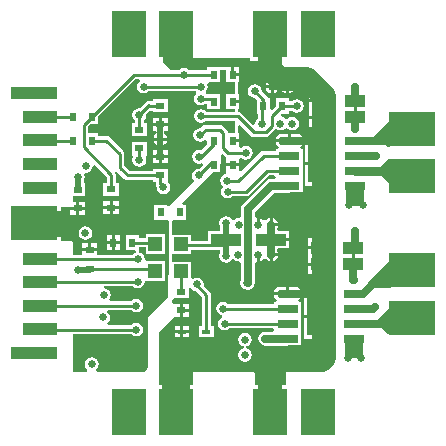
<source format=gtl>
%FSLAX24Y24*%
%MOIN*%
G70*
G01*
G75*
G04 Layer_Physical_Order=1*
G04 Layer_Color=255*
%ADD10R,0.0280X0.0159*%
%ADD11R,0.0450X0.0450*%
%ADD12R,0.0315X0.0236*%
%ADD13R,0.0236X0.0315*%
%ADD14R,0.0689X0.0433*%
%ADD15R,0.0689X0.0256*%
G04:AMPARAMS|DCode=16|XSize=68.9mil|YSize=25.6mil|CornerRadius=0mil|HoleSize=0mil|Usage=FLASHONLY|Rotation=0.000|XOffset=0mil|YOffset=0mil|HoleType=Round|Shape=Octagon|*
%AMOCTAGOND16*
4,1,8,0.0344,-0.0064,0.0344,0.0064,0.0281,0.0128,-0.0281,0.0128,-0.0344,0.0064,-0.0344,-0.0064,-0.0281,-0.0128,0.0281,-0.0128,0.0344,-0.0064,0.0*
%
%ADD16OCTAGOND16*%

%ADD17R,0.0950X0.1300*%
%ADD18R,0.0984X0.0394*%
%ADD19C,0.0100*%
%ADD20C,0.0197*%
%ADD21C,0.0256*%
%ADD22C,0.0787*%
%ADD23C,0.0315*%
%ADD24R,0.0400X0.0850*%
%ADD25R,0.0550X0.0150*%
%ADD26R,0.1000X0.0300*%
%ADD27R,0.0950X0.0700*%
%ADD28R,0.0600X0.0700*%
%ADD29R,0.1575X0.0394*%
%ADD30R,0.1181X0.0394*%
%ADD31R,0.1575X0.1181*%
%ADD32R,0.1181X0.1575*%
%ADD33C,0.0220*%
%ADD34C,0.0250*%
G36*
X102880Y61028D02*
X102230D01*
Y61328D01*
X102880Y61978D01*
Y61028D01*
D02*
G37*
G36*
X95754Y68589D02*
X96394D01*
Y68678D01*
X98163D01*
Y68589D01*
X98854D01*
Y68304D01*
X99554D01*
X99880Y67978D01*
X100223Y67635D01*
X100196Y67570D01*
X100144D01*
Y67304D01*
X100588D01*
Y67204D01*
X100144D01*
Y67019D01*
X100139D01*
Y66752D01*
X100584D01*
Y66652D01*
X100139D01*
Y66386D01*
X100630D01*
Y65928D01*
Y65178D01*
Y64378D01*
Y62670D01*
X100588D01*
Y62354D01*
X100538D01*
Y62304D01*
X100094D01*
Y62119D01*
X100089D01*
Y61852D01*
X100534D01*
Y61802D01*
X100584D01*
Y61486D01*
X100630D01*
Y60828D01*
X100580D01*
Y60078D01*
Y59328D01*
X100630D01*
Y58678D01*
X100580Y58628D01*
X99847D01*
X99829Y58651D01*
X99357D01*
X99365Y58613D01*
X99380Y58591D01*
Y57775D01*
X98904D01*
Y56888D01*
X98804D01*
Y57775D01*
X98330D01*
Y58178D01*
X98280Y58228D01*
X96280D01*
Y57775D01*
X95754D01*
Y56888D01*
X95654D01*
Y57775D01*
X95130D01*
Y59528D01*
X95580Y59978D01*
Y59993D01*
X95622Y60045D01*
X95650Y60045D01*
X95830D01*
Y60263D01*
Y60482D01*
X95650D01*
X95622Y60482D01*
X95580Y60534D01*
X95580Y60534D01*
Y60623D01*
X95622Y60675D01*
X96137D01*
Y61007D01*
X96207Y61027D01*
X96245Y60970D01*
X96320Y60920D01*
X96375Y60909D01*
X96568Y60716D01*
Y59736D01*
X96481D01*
Y59378D01*
X96960D01*
Y59736D01*
X96873D01*
Y60780D01*
X96862Y60838D01*
X96829Y60888D01*
X96628Y61088D01*
X96637Y61132D01*
X96619Y61220D01*
X96570Y61294D01*
X96495Y61344D01*
X96407Y61361D01*
X96320Y61344D01*
X96271Y61311D01*
X96201Y61344D01*
Y61893D01*
X95580D01*
Y62143D01*
X96201D01*
Y62285D01*
X97177D01*
Y62183D01*
X97166Y62166D01*
X97148Y62078D01*
X97166Y61991D01*
X97215Y61916D01*
X97290Y61866D01*
X97378Y61849D01*
X97465Y61866D01*
X97540Y61916D01*
X97553Y61936D01*
X97617Y61966D01*
X97692Y61916D01*
X97780Y61899D01*
X97813Y61906D01*
X97867Y61861D01*
Y61264D01*
X97850Y61178D01*
X97868Y61091D01*
X97917Y61016D01*
X97992Y60966D01*
X98080Y60949D01*
X98082Y60949D01*
X98100Y60946D01*
X98189Y60964D01*
X98264Y61014D01*
X98314Y61089D01*
X98332Y61178D01*
Y61855D01*
X98394Y61902D01*
Y62128D01*
X98494D01*
Y61909D01*
X98532Y61916D01*
X98607Y61966D01*
X98619Y61984D01*
X98703D01*
X98715Y61966D01*
X98790Y61916D01*
X98828Y61909D01*
Y62128D01*
X98878D01*
Y62178D01*
X99097D01*
X99089Y62216D01*
X99059Y62262D01*
X99095Y62332D01*
X99468D01*
Y62578D01*
X98876D01*
Y62678D01*
X99468D01*
Y62925D01*
X99095D01*
X99059Y62995D01*
X99089Y63041D01*
X99097Y63078D01*
X98878D01*
Y63128D01*
X98828D01*
Y63348D01*
X98790Y63340D01*
X98715Y63291D01*
X98703Y63272D01*
X98619D01*
X98607Y63291D01*
X98532Y63340D01*
X98494Y63348D01*
Y63128D01*
X98394D01*
Y63355D01*
X98332Y63402D01*
Y63552D01*
X98976Y64196D01*
X99480D01*
X99502Y64200D01*
X99924D01*
Y64630D01*
X99924Y64656D01*
Y64678D01*
Y64700D01*
X99924Y64726D01*
Y65156D01*
X99924D01*
Y65200D01*
X99924D01*
Y65656D01*
X99865D01*
X99836Y65726D01*
X99924Y65814D01*
Y65878D01*
X99035D01*
Y65814D01*
X99123Y65726D01*
X99094Y65656D01*
X99035D01*
Y65581D01*
X98630D01*
X98571Y65570D01*
X98521Y65536D01*
X97883Y64898D01*
X97813Y64927D01*
Y65078D01*
X97376D01*
Y64882D01*
X97376Y64871D01*
X97361Y64807D01*
X97326Y64800D01*
X97251Y64750D01*
X97201Y64676D01*
X97184Y64588D01*
X97201Y64500D01*
X97251Y64426D01*
X97267Y64415D01*
Y64391D01*
X97218Y64316D01*
X97200Y64228D01*
X97218Y64141D01*
X97267Y64066D01*
X97342Y64016D01*
X97430Y63999D01*
X97517Y64016D01*
X97592Y64066D01*
X97598Y64075D01*
X98030D01*
X98088Y64087D01*
X98138Y64120D01*
X98793Y64775D01*
X98984D01*
X99035Y64705D01*
Y64700D01*
X98981Y64661D01*
X98981Y64661D01*
X98880D01*
X98791Y64643D01*
X98715Y64593D01*
X97935Y63813D01*
X97885Y63737D01*
X97867Y63648D01*
Y63401D01*
X97815Y63358D01*
X97727Y63340D01*
X97652Y63291D01*
X97652Y63290D01*
X97571Y63295D01*
X97542Y63339D01*
X97467Y63388D01*
X97380Y63406D01*
X97292Y63388D01*
X97217Y63339D01*
X97168Y63264D01*
X97150Y63176D01*
X97168Y63089D01*
X97177Y63074D01*
Y62925D01*
X96787D01*
Y62591D01*
X96201D01*
Y62793D01*
X95580D01*
Y63218D01*
X95609Y63276D01*
X96045D01*
Y63791D01*
X95934D01*
X95907Y63856D01*
X96922Y64871D01*
X97183D01*
Y65132D01*
X97212Y65160D01*
Y65453D01*
X97276Y65480D01*
X97343Y65414D01*
X97352Y65407D01*
X97376Y65386D01*
X97376D01*
Y65178D01*
X97813D01*
Y65320D01*
X97835Y65335D01*
X97883Y65351D01*
X97944Y65310D01*
X98032Y65292D01*
X98119Y65310D01*
X98194Y65359D01*
X98243Y65434D01*
X98261Y65522D01*
X98243Y65609D01*
X98194Y65684D01*
X98119Y65734D01*
X98032Y65751D01*
X97944Y65734D01*
X97883Y65693D01*
X97835Y65708D01*
X97813Y65724D01*
Y65878D01*
X97594D01*
Y65978D01*
X97813D01*
Y66186D01*
X97781D01*
Y66419D01*
X97846Y66445D01*
X98196Y66095D01*
X98246Y66062D01*
X98305Y66050D01*
X98693D01*
X98752Y66062D01*
X98802Y66095D01*
X99016Y66310D01*
X99029Y66329D01*
X99095Y66284D01*
X99183Y66267D01*
X99271Y66284D01*
X99335Y66327D01*
X99372Y66334D01*
X99388D01*
X99425Y66327D01*
X99489Y66284D01*
X99577Y66267D01*
X99665Y66284D01*
X99739Y66334D01*
X99789Y66408D01*
X99806Y66496D01*
X99789Y66584D01*
X99739Y66658D01*
X99665Y66708D01*
X99577Y66725D01*
X99489Y66708D01*
X99425Y66665D01*
X99388Y66658D01*
X99372D01*
X99335Y66665D01*
X99271Y66708D01*
X99237Y66715D01*
X99204Y66788D01*
X99217Y66808D01*
X99234Y66821D01*
X99463D01*
Y66925D01*
X99561D01*
X99567Y66916D01*
X99642Y66866D01*
X99730Y66849D01*
X99817Y66866D01*
X99892Y66916D01*
X99941Y66991D01*
X99959Y67078D01*
X99941Y67166D01*
X99892Y67241D01*
X99817Y67290D01*
X99730Y67308D01*
X99642Y67290D01*
X99567Y67241D01*
X99561Y67231D01*
X99463D01*
Y67336D01*
X99026D01*
Y67077D01*
X98897Y66947D01*
X98833Y66974D01*
Y67336D01*
X98759D01*
X98756Y67352D01*
X98723Y67401D01*
X98557Y67567D01*
X98559Y67578D01*
X98541Y67666D01*
X98492Y67741D01*
X98417Y67790D01*
X98330Y67808D01*
X98242Y67790D01*
X98167Y67741D01*
X98118Y67666D01*
X98100Y67578D01*
X98118Y67491D01*
X98167Y67416D01*
X98242Y67366D01*
X98330Y67349D01*
X98340Y67351D01*
X98396Y67295D01*
Y66821D01*
X98427D01*
Y66647D01*
X98417Y66641D01*
X98368Y66566D01*
X98350Y66478D01*
X98351Y66472D01*
X98287Y66437D01*
X97874Y66850D01*
X97824Y66883D01*
X97781Y66892D01*
X97781Y66895D01*
Y66971D01*
X97813D01*
Y67178D01*
X97594D01*
Y67278D01*
X97813D01*
Y67486D01*
X97781D01*
Y67871D01*
X97813D01*
Y68078D01*
X97594D01*
Y68128D01*
X97544D01*
Y68386D01*
X97376D01*
Y68380D01*
X97183D01*
Y68386D01*
X96746D01*
Y68281D01*
X96148D01*
X96142Y68291D01*
X96067Y68340D01*
X95980Y68358D01*
X95892Y68340D01*
X95817Y68291D01*
X95811Y68281D01*
X95527D01*
X95283Y68525D01*
X95310Y68589D01*
X95654D01*
Y69477D01*
X95754D01*
Y68589D01*
D02*
G37*
G36*
X102830Y59478D02*
X102780D01*
X102380Y59878D01*
Y59928D01*
X102830Y60378D01*
Y59478D01*
D02*
G37*
G36*
Y65728D02*
X102780D01*
X102480Y66028D01*
X102230D01*
X102830Y66628D01*
Y65728D01*
D02*
G37*
G36*
X97376Y67871D02*
X97680D01*
Y67486D01*
X97376D01*
Y66971D01*
X97680D01*
Y66895D01*
X96704D01*
X96698Y66904D01*
X96623Y66954D01*
X96535Y66972D01*
X96448Y66954D01*
X96373Y66904D01*
X96323Y66830D01*
X96306Y66742D01*
X96323Y66654D01*
X96373Y66580D01*
X96448Y66530D01*
X96535Y66513D01*
X96623Y66530D01*
X96698Y66580D01*
X96704Y66589D01*
X97680D01*
Y66186D01*
X97434D01*
X97425Y66230D01*
X97392Y66279D01*
X97274Y66398D01*
X97224Y66431D01*
X97165Y66442D01*
X96693D01*
X96634Y66431D01*
X96585Y66398D01*
X96527Y66339D01*
X96516Y66342D01*
X96428Y66324D01*
X96354Y66274D01*
X96304Y66200D01*
X96286Y66112D01*
X96304Y66024D01*
X96354Y65950D01*
X96428Y65900D01*
X96516Y65883D01*
X96604Y65900D01*
X96676Y65949D01*
X96686Y65947D01*
X96746Y65926D01*
Y65827D01*
X96525Y65605D01*
X96472Y65615D01*
X96384Y65598D01*
X96310Y65548D01*
X96260Y65474D01*
X96243Y65386D01*
X96260Y65298D01*
X96310Y65224D01*
X96384Y65174D01*
X96472Y65156D01*
X96560Y65174D01*
X96604Y65119D01*
X96476Y64991D01*
X96465Y64993D01*
X96377Y64975D01*
X96302Y64926D01*
X96253Y64851D01*
X96235Y64763D01*
X96253Y64676D01*
X96302Y64601D01*
X96307Y64556D01*
X95485Y63734D01*
X95420Y63741D01*
X95415Y63742D01*
Y63791D01*
X94979D01*
Y63276D01*
X95403D01*
X95473Y63247D01*
X95458Y62193D01*
X95453Y60702D01*
X94780Y60028D01*
Y59978D01*
Y58378D01*
X94730Y58328D01*
X94630Y58228D01*
X93056D01*
X93035Y58298D01*
X93056Y58312D01*
X93106Y58387D01*
X93123Y58474D01*
X93106Y58562D01*
X93056Y58637D01*
X92981Y58686D01*
X92894Y58704D01*
X92806Y58686D01*
X92731Y58637D01*
X92682Y58562D01*
X92664Y58474D01*
X92682Y58387D01*
X92731Y58312D01*
X92752Y58298D01*
X92731Y58228D01*
X92280D01*
Y59475D01*
X94211D01*
X94217Y59466D01*
X94292Y59416D01*
X94380Y59399D01*
X94467Y59416D01*
X94542Y59466D01*
X94591Y59541D01*
X94609Y59628D01*
X94591Y59716D01*
X94542Y59791D01*
X94467Y59840D01*
X94380Y59858D01*
X94292Y59840D01*
X94217Y59791D01*
X94211Y59781D01*
X93437D01*
X93416Y59851D01*
X93440Y59867D01*
X93490Y59942D01*
X93507Y60030D01*
X93490Y60117D01*
X93440Y60192D01*
X93419Y60205D01*
X93441Y60275D01*
X94211D01*
X94217Y60266D01*
X94292Y60216D01*
X94380Y60199D01*
X94467Y60216D01*
X94542Y60266D01*
X94591Y60341D01*
X94609Y60428D01*
X94591Y60516D01*
X94542Y60591D01*
X94467Y60640D01*
X94380Y60658D01*
X94292Y60640D01*
X94217Y60591D01*
X94211Y60581D01*
X93521D01*
X93483Y60651D01*
X93509Y60690D01*
X93527Y60778D01*
X93509Y60865D01*
X93459Y60940D01*
X93385Y60989D01*
X93305Y61005D01*
X93312Y61075D01*
X94261D01*
X94267Y61066D01*
X94342Y61016D01*
X94430Y60999D01*
X94517Y61016D01*
X94592Y61066D01*
X94641Y61141D01*
X94655Y61209D01*
X94676Y61237D01*
X94724Y61262D01*
X95345D01*
Y61912D01*
X94717D01*
X94657Y61967D01*
X94659Y61978D01*
X94641Y62066D01*
X94592Y62141D01*
X94525Y62185D01*
X94517Y62190D01*
X94487Y62197D01*
X94463Y62203D01*
X94463Y62210D01*
X94463Y62212D01*
X94463Y62224D01*
Y62224D01*
X94463Y62293D01*
Y62375D01*
X94695D01*
Y62162D01*
X95345D01*
Y62812D01*
X94695D01*
Y62681D01*
X94463D01*
Y62786D01*
X94026D01*
Y62271D01*
X94348D01*
X94393Y62221D01*
X94393D01*
X94393Y62221D01*
X94393D01*
X94394Y62211D01*
X94394Y62209D01*
X94395Y62201D01*
X94393Y62201D01*
X94342Y62190D01*
X94267Y62141D01*
X94259Y62128D01*
X93087D01*
Y62240D01*
X92572D01*
Y62128D01*
X92280D01*
Y62528D01*
X92230Y62578D01*
X91867D01*
Y63128D01*
X90980D01*
Y63228D01*
X91867D01*
Y63728D01*
X92172D01*
Y63713D01*
X92380D01*
Y63882D01*
X92280D01*
Y64075D01*
X92687D01*
Y64511D01*
X92632D01*
Y64626D01*
X92641Y64641D01*
X92659Y64728D01*
X92645Y64800D01*
X92675Y64845D01*
X92695Y64861D01*
X92707Y64859D01*
X92794Y64877D01*
X92869Y64926D01*
X92919Y65001D01*
X92935Y65085D01*
X92952Y65095D01*
X93002Y65117D01*
X93390Y64728D01*
Y64529D01*
X93286D01*
Y64093D01*
X93801D01*
Y64529D01*
X93696D01*
Y64792D01*
X93687Y64841D01*
X93685Y64850D01*
X93664Y64880D01*
X93721Y64920D01*
X93986Y64655D01*
X94036Y64622D01*
X94046Y64620D01*
X94094Y64610D01*
X94922D01*
Y64545D01*
X95027D01*
Y64476D01*
X95038Y64417D01*
X95059Y64386D01*
X95056Y64370D01*
X95073Y64282D01*
X95123Y64208D01*
X95198Y64158D01*
X95285Y64141D01*
X95373Y64158D01*
X95448Y64208D01*
X95497Y64282D01*
X95515Y64370D01*
X95497Y64458D01*
X95448Y64532D01*
X95445Y64534D01*
X95437Y64545D01*
X95437D01*
Y64981D01*
X94922D01*
Y64916D01*
X94158D01*
X93982Y65092D01*
Y65478D01*
X93971Y65537D01*
X93938Y65586D01*
X93488Y66036D01*
X93438Y66070D01*
X93380Y66081D01*
X93113D01*
Y66186D01*
X92779D01*
Y66397D01*
X92853Y66471D01*
X93113D01*
Y66730D01*
X94358Y67975D01*
X94468D01*
X94490Y67905D01*
X94467Y67891D01*
X94418Y67816D01*
X94400Y67728D01*
X94418Y67641D01*
X94467Y67566D01*
X94542Y67516D01*
X94630Y67499D01*
X94717Y67516D01*
X94792Y67566D01*
X94798Y67575D01*
X96361D01*
X96367Y67566D01*
X96371Y67563D01*
Y67507D01*
X96363Y67485D01*
X96318Y67416D01*
X96300Y67328D01*
X96318Y67241D01*
X96367Y67166D01*
X96442Y67116D01*
X96530Y67099D01*
X96617Y67116D01*
X96676Y67156D01*
X96730Y67137D01*
X96746Y67125D01*
Y66971D01*
X97183D01*
Y67486D01*
X96746D01*
X96746Y67486D01*
X96721Y67490D01*
X96693Y67564D01*
X96696Y67572D01*
X96741Y67641D01*
X96759Y67728D01*
X96744Y67802D01*
X96771Y67851D01*
X96789Y67871D01*
X97183D01*
Y68278D01*
X97376D01*
Y67871D01*
D02*
G37*
G36*
X102930Y64578D02*
X102880Y64528D01*
X102780D01*
X102530Y64778D01*
X102480D01*
Y65028D01*
X102780Y65328D01*
X102930D01*
Y64578D01*
D02*
G37*
%LPC*%
G36*
X99760Y61056D02*
X99480D01*
Y60878D01*
X99874D01*
Y60942D01*
X99760Y61056D01*
D02*
G37*
G36*
X99380D02*
X99099D01*
X98985Y60942D01*
Y60878D01*
X99380D01*
Y61056D01*
D02*
G37*
G36*
X99097Y62078D02*
X98928D01*
Y61909D01*
X98965Y61916D01*
X99040Y61966D01*
X99089Y62041D01*
X99097Y62078D01*
D02*
G37*
G36*
X100484Y61752D02*
X100089D01*
Y61486D01*
X100484D01*
Y61752D01*
D02*
G37*
G36*
X93833Y62786D02*
X93665D01*
Y62578D01*
X93833D01*
Y62786D01*
D02*
G37*
G36*
X93565D02*
X93396D01*
Y62578D01*
X93565D01*
Y62786D01*
D02*
G37*
G36*
X98928Y63348D02*
Y63178D01*
X99097D01*
X99089Y63216D01*
X99040Y63291D01*
X98965Y63340D01*
X98928Y63348D01*
D02*
G37*
G36*
X92687Y63074D02*
X92599Y63056D01*
X92525Y63007D01*
X92475Y62932D01*
X92458Y62844D01*
X92475Y62757D01*
X92525Y62682D01*
X92599Y62633D01*
X92687Y62615D01*
X92775Y62633D01*
X92849Y62682D01*
X92899Y62757D01*
X92916Y62844D01*
X92899Y62932D01*
X92849Y63007D01*
X92775Y63056D01*
X92687Y63074D01*
D02*
G37*
G36*
X100488Y62670D02*
X100094D01*
Y62404D01*
X100488D01*
Y62670D01*
D02*
G37*
G36*
X93833Y62478D02*
X93665D01*
Y62271D01*
X93833D01*
Y62478D01*
D02*
G37*
G36*
X93565D02*
X93396D01*
Y62271D01*
X93565D01*
Y62478D01*
D02*
G37*
G36*
X93087Y62508D02*
X92880D01*
Y62340D01*
X93087D01*
Y62508D01*
D02*
G37*
G36*
X92780D02*
X92572D01*
Y62340D01*
X92780D01*
Y62508D01*
D02*
G37*
G36*
X99527Y58920D02*
X99489Y58913D01*
X99415Y58863D01*
X99365Y58789D01*
X99357Y58751D01*
X99527D01*
Y58920D01*
D02*
G37*
G36*
X99076D02*
Y58751D01*
X99245D01*
X99238Y58789D01*
X99188Y58863D01*
X99113Y58913D01*
X99076Y58920D01*
D02*
G37*
G36*
X100480Y60028D02*
X99955D01*
Y59328D01*
X100480D01*
Y60028D01*
D02*
G37*
G36*
X99627Y58920D02*
Y58751D01*
X99796D01*
X99789Y58789D01*
X99739Y58863D01*
X99665Y58913D01*
X99627Y58920D01*
D02*
G37*
G36*
X99245Y58651D02*
X99076D01*
Y58481D01*
X99113Y58489D01*
X99188Y58539D01*
X99238Y58613D01*
X99245Y58651D01*
D02*
G37*
G36*
X98976D02*
X98806D01*
X98814Y58613D01*
X98863Y58539D01*
X98938Y58489D01*
X98976Y58481D01*
Y58651D01*
D02*
G37*
G36*
Y58920D02*
X98938Y58913D01*
X98863Y58863D01*
X98814Y58789D01*
X98806Y58751D01*
X98976D01*
Y58920D01*
D02*
G37*
G36*
X98002Y59521D02*
X97914Y59503D01*
X97840Y59454D01*
X97790Y59379D01*
X97773Y59291D01*
X97790Y59204D01*
X97840Y59129D01*
X97914Y59079D01*
X97956Y59071D01*
Y59000D01*
X97914Y58991D01*
X97840Y58942D01*
X97790Y58867D01*
X97773Y58780D01*
X97790Y58692D01*
X97840Y58617D01*
X97914Y58568D01*
X98002Y58550D01*
X98090Y58568D01*
X98164Y58617D01*
X98214Y58692D01*
X98231Y58780D01*
X98214Y58867D01*
X98164Y58942D01*
X98090Y58991D01*
X98048Y59000D01*
Y59071D01*
X98090Y59079D01*
X98164Y59129D01*
X98214Y59204D01*
X98231Y59291D01*
X98214Y59379D01*
X98164Y59454D01*
X98090Y59503D01*
X98002Y59521D01*
D02*
G37*
G36*
X100480Y60828D02*
X99955D01*
Y60128D01*
X100480D01*
Y60828D01*
D02*
G37*
G36*
X96137Y60213D02*
X95930D01*
Y60045D01*
X96137D01*
Y60213D01*
D02*
G37*
G36*
X99874Y60778D02*
X98985D01*
Y60714D01*
X99073Y60626D01*
X99044Y60556D01*
X98985D01*
Y60481D01*
X97448D01*
X97442Y60491D01*
X97367Y60540D01*
X97280Y60558D01*
X97192Y60540D01*
X97117Y60491D01*
X97068Y60416D01*
X97050Y60328D01*
X97068Y60241D01*
X97117Y60166D01*
X97192Y60116D01*
X97229Y60109D01*
X97238Y60060D01*
X97236Y60036D01*
X97167Y59991D01*
X97118Y59916D01*
X97100Y59828D01*
X97118Y59741D01*
X97167Y59666D01*
X97242Y59616D01*
X97330Y59599D01*
X97417Y59616D01*
X97492Y59666D01*
X97498Y59675D01*
X98934D01*
X98985Y59605D01*
Y59600D01*
X98931Y59561D01*
X98931Y59561D01*
X98680D01*
X98591Y59543D01*
X98516Y59493D01*
X98466Y59417D01*
X98448Y59328D01*
X98466Y59239D01*
X98516Y59164D01*
X98591Y59114D01*
X98680Y59096D01*
X99430D01*
X99452Y59100D01*
X99874D01*
Y59530D01*
X99874Y59556D01*
Y59578D01*
Y59600D01*
X99874Y59626D01*
Y60030D01*
X99874Y60056D01*
Y60078D01*
Y60100D01*
X99874Y60126D01*
Y60556D01*
X99815D01*
X99786Y60626D01*
X99874Y60714D01*
Y60778D01*
D02*
G37*
G36*
X95930Y60482D02*
Y60313D01*
X96137D01*
Y60482D01*
X95930D01*
D02*
G37*
G36*
X96137Y59507D02*
X95948D01*
Y59378D01*
X96137D01*
Y59507D01*
D02*
G37*
G36*
X95848D02*
X95658D01*
Y59378D01*
X95848D01*
Y59507D01*
D02*
G37*
G36*
X96137Y59736D02*
X95948D01*
Y59607D01*
X96137D01*
Y59736D01*
D02*
G37*
G36*
X95848D02*
X95658D01*
Y59607D01*
X95848D01*
Y59736D01*
D02*
G37*
G36*
X95437Y66681D02*
X95230D01*
Y66513D01*
X95437D01*
Y66681D01*
D02*
G37*
G36*
Y67311D02*
X94922D01*
Y67246D01*
X94855D01*
X94805Y67256D01*
X94756Y67247D01*
X94746Y67245D01*
X94696Y67211D01*
X94490Y67006D01*
X94480Y67008D01*
X94392Y66990D01*
X94317Y66941D01*
X94268Y66866D01*
X94250Y66778D01*
X94268Y66691D01*
X94317Y66616D01*
X94327Y66610D01*
Y66511D01*
X94222D01*
Y66075D01*
X94737D01*
Y66511D01*
X94632D01*
Y66610D01*
X94642Y66616D01*
X94691Y66691D01*
X94709Y66778D01*
X94707Y66789D01*
X94852Y66935D01*
X94922Y66926D01*
Y66875D01*
X95437D01*
Y67311D01*
D02*
G37*
G36*
X98857Y67667D02*
X98688D01*
X98696Y67629D01*
X98745Y67554D01*
X98820Y67505D01*
X98857Y67497D01*
Y67667D01*
D02*
G37*
G36*
X95130Y66681D02*
X94922D01*
Y66513D01*
X95130D01*
Y66681D01*
D02*
G37*
G36*
X99430Y66156D02*
X99149D01*
X99035Y66042D01*
Y65978D01*
X99430D01*
Y66156D01*
D02*
G37*
G36*
X99810D02*
X99530D01*
Y65978D01*
X99924D01*
Y66042D01*
X99810Y66156D01*
D02*
G37*
G36*
X95437Y66413D02*
X94922D01*
Y66245D01*
X95048D01*
X95069Y66175D01*
X95017Y66141D01*
X94968Y66066D01*
X94960Y66028D01*
X95399D01*
X95391Y66066D01*
X95342Y66141D01*
X95290Y66175D01*
X95311Y66245D01*
X95437D01*
Y66413D01*
D02*
G37*
G36*
X99127Y67667D02*
X98957D01*
Y67497D01*
X98995Y67505D01*
X99070Y67554D01*
X99119Y67629D01*
X99127Y67667D01*
D02*
G37*
G36*
X99369Y67936D02*
X99332Y67928D01*
X99257Y67879D01*
X99207Y67804D01*
X99200Y67767D01*
X99369D01*
Y67936D01*
D02*
G37*
G36*
X99469D02*
Y67767D01*
X99639D01*
X99631Y67804D01*
X99582Y67879D01*
X99507Y67928D01*
X99469Y67936D01*
D02*
G37*
G36*
X97813Y68386D02*
X97644D01*
Y68178D01*
X97813D01*
Y68386D01*
D02*
G37*
G36*
X98957Y67936D02*
Y67767D01*
X99127D01*
X99119Y67804D01*
X99070Y67879D01*
X98995Y67928D01*
X98957Y67936D01*
D02*
G37*
G36*
X99369Y67667D02*
X99200D01*
X99207Y67629D01*
X99257Y67554D01*
X99332Y67505D01*
X99369Y67497D01*
Y67667D01*
D02*
G37*
G36*
X99639D02*
X99469D01*
Y67497D01*
X99507Y67505D01*
X99582Y67554D01*
X99631Y67629D01*
X99639Y67667D01*
D02*
G37*
G36*
X98857Y67936D02*
X98820Y67928D01*
X98745Y67879D01*
X98696Y67804D01*
X98688Y67767D01*
X98857D01*
Y67936D01*
D02*
G37*
G36*
X95399Y65928D02*
X95230D01*
Y65759D01*
X95267Y65766D01*
X95342Y65816D01*
X95391Y65891D01*
X95399Y65928D01*
D02*
G37*
G36*
X92687Y63882D02*
X92480D01*
Y63713D01*
X92687D01*
Y63882D01*
D02*
G37*
G36*
X93493Y63899D02*
X93286D01*
Y63731D01*
X93493D01*
Y63899D01*
D02*
G37*
G36*
X93801D02*
X93593D01*
Y63731D01*
X93801D01*
Y63899D01*
D02*
G37*
G36*
Y63631D02*
X93593D01*
Y63463D01*
X93801D01*
Y63631D01*
D02*
G37*
G36*
X92380Y63613D02*
X92172D01*
Y63445D01*
X92380D01*
Y63613D01*
D02*
G37*
G36*
X92687D02*
X92480D01*
Y63445D01*
X92687D01*
Y63613D01*
D02*
G37*
G36*
X93493Y63631D02*
X93286D01*
Y63463D01*
X93493D01*
Y63631D01*
D02*
G37*
G36*
X100530Y65128D02*
X100005D01*
Y64428D01*
X100530D01*
Y65128D01*
D02*
G37*
G36*
X95130Y65611D02*
X94922D01*
Y65443D01*
X95130D01*
Y65611D01*
D02*
G37*
G36*
X95437D02*
X95230D01*
Y65443D01*
X95437D01*
Y65611D01*
D02*
G37*
G36*
X95130Y65928D02*
X94960D01*
X94968Y65891D01*
X95017Y65816D01*
X95092Y65766D01*
X95130Y65759D01*
Y65928D01*
D02*
G37*
G36*
X100530D02*
X100005D01*
Y65228D01*
X100530D01*
Y65928D01*
D02*
G37*
G36*
X94737Y65882D02*
X94222D01*
Y65445D01*
X94236D01*
X94274Y65375D01*
X94268Y65366D01*
X94250Y65278D01*
X94268Y65191D01*
X94317Y65116D01*
X94392Y65066D01*
X94480Y65049D01*
X94567Y65066D01*
X94642Y65116D01*
X94691Y65191D01*
X94709Y65278D01*
X94691Y65366D01*
X94685Y65375D01*
X94723Y65445D01*
X94737D01*
Y65882D01*
D02*
G37*
G36*
X95130Y65343D02*
X94922D01*
Y65175D01*
X95130D01*
Y65343D01*
D02*
G37*
G36*
X95437D02*
X95230D01*
Y65175D01*
X95437D01*
Y65343D01*
D02*
G37*
%LPD*%
D10*
X95898Y59557D02*
D03*
X96720D02*
D03*
D11*
X95020Y61587D02*
D03*
Y62487D02*
D03*
X95876Y62468D02*
D03*
Y61568D02*
D03*
D12*
X95880Y60263D02*
D03*
Y60893D02*
D03*
X95180Y66463D02*
D03*
Y67093D02*
D03*
X94480Y65663D02*
D03*
Y66293D02*
D03*
X95180Y65393D02*
D03*
Y64763D02*
D03*
X93543Y63681D02*
D03*
Y64311D02*
D03*
X92830Y62290D02*
D03*
Y61660D02*
D03*
X92430Y63663D02*
D03*
Y64293D02*
D03*
D13*
X93615Y62528D02*
D03*
X94244D02*
D03*
X92265Y65928D02*
D03*
X92894D02*
D03*
X92265Y66728D02*
D03*
X92894D02*
D03*
X98615Y67078D02*
D03*
X99244D02*
D03*
X96965Y65128D02*
D03*
X97594D02*
D03*
X96965Y68128D02*
D03*
X97594D02*
D03*
Y65928D02*
D03*
X96965D02*
D03*
X97594Y67228D02*
D03*
X96965D02*
D03*
X95197Y63533D02*
D03*
X95827D02*
D03*
D14*
X100538Y62354D02*
D03*
X100534Y61802D02*
D03*
X101621D02*
D03*
Y62354D02*
D03*
X100588Y67254D02*
D03*
X100584Y66702D02*
D03*
X101671D02*
D03*
Y67254D02*
D03*
D15*
X101684Y64428D02*
D03*
Y64928D02*
D03*
Y65428D02*
D03*
Y65928D02*
D03*
X99480Y64428D02*
D03*
Y64928D02*
D03*
Y65428D02*
D03*
X101634Y59328D02*
D03*
Y59828D02*
D03*
Y60328D02*
D03*
Y60828D02*
D03*
X99430Y59328D02*
D03*
Y59828D02*
D03*
Y60328D02*
D03*
D16*
X99480Y65928D02*
D03*
X99430Y60828D02*
D03*
D17*
X100580Y65178D02*
D03*
X100530Y60078D02*
D03*
D18*
X97380Y62628D02*
D03*
X98876D02*
D03*
D19*
X96388Y61112D02*
X96720Y60780D01*
Y59557D02*
Y60780D01*
X95880Y59575D02*
X95898Y59557D01*
X95880Y59575D02*
Y60263D01*
X97451Y65522D02*
X98032D01*
X97283Y65689D02*
X97451Y65522D01*
X97283Y65689D02*
Y66171D01*
X97165Y66289D02*
X97283Y66171D01*
X96693Y66289D02*
X97165D01*
X96516Y66112D02*
X96693Y66289D01*
X99244Y67078D02*
X99730D01*
X98908Y66742D02*
X99244Y67078D01*
X98908Y66418D02*
Y66742D01*
X98693Y66203D02*
X98908Y66418D01*
X98305Y66203D02*
X98693D01*
X97766Y66742D02*
X98305Y66203D01*
X96535Y66742D02*
X97766D01*
X97413Y64588D02*
X97770D01*
X97780Y64578D01*
X98630Y65428D01*
X97430Y64228D02*
X98030D01*
X98730Y64928D01*
X95180Y64476D02*
Y64763D01*
Y64476D02*
X95285Y64370D01*
X97190Y62438D02*
X97380Y62628D01*
X95880Y62438D02*
X97190D01*
X92830Y61655D02*
X94833D01*
X92830D02*
Y61660D01*
X94244Y62528D02*
X95130D01*
X96530Y67328D02*
X96965D01*
X96522Y65386D02*
X96965Y65828D01*
X96472Y65386D02*
X96522D01*
X94630Y67728D02*
X96530D01*
X98330Y67578D02*
X98615Y67293D01*
Y67078D02*
Y67293D01*
X96465Y64763D02*
X96880Y65178D01*
X96965D01*
X95980Y68128D02*
X96965D01*
X94294D02*
X95980D01*
X92626Y66460D02*
X92894Y66728D01*
X92626Y65709D02*
Y66460D01*
X92894Y66728D02*
X94294Y68128D01*
X98580Y67043D02*
X98615Y67078D01*
X98580Y66478D02*
Y67043D01*
X94094Y64763D02*
X95180D01*
X93830Y65028D02*
X94094Y64763D01*
X93830Y65028D02*
Y65478D01*
X93380Y65928D02*
X93830Y65478D01*
X92894Y65928D02*
X93380D01*
X90980Y66721D02*
X90987Y66728D01*
X92265D01*
X90980Y65933D02*
X90985Y65928D01*
X92265D01*
X94805Y67103D02*
X94815Y67093D01*
X95180D01*
X90985Y59628D02*
X94380D01*
X90980Y59634D02*
X90985Y59628D01*
X90986Y60428D02*
X94380D01*
X91230Y61975D02*
X94426D01*
X90980Y61996D02*
X90998Y61978D01*
X94426Y61975D02*
X94430Y61978D01*
X98630Y65428D02*
X99480D01*
X90980Y61209D02*
X90999Y61228D01*
X94430D01*
X98730Y64928D02*
X99480D01*
X94480Y66293D02*
Y66778D01*
X94805Y67103D01*
X94480Y65278D02*
Y65663D01*
X90980Y60422D02*
X90986Y60428D01*
X97280Y60328D02*
X99430D01*
X97330Y59828D02*
X99430D01*
X101621Y61802D02*
Y62354D01*
X101671Y66702D02*
Y67254D01*
X95876Y60897D02*
Y61568D01*
Y60897D02*
X95880Y60893D01*
X93543Y64293D02*
Y64792D01*
X92626Y65709D02*
X93543Y64792D01*
D20*
X95180Y65978D02*
Y66463D01*
Y65393D02*
Y65978D01*
X92430Y64293D02*
Y64728D01*
X97380Y62628D02*
Y63176D01*
X97378Y62078D02*
X97380Y62080D01*
Y62628D01*
X92444Y61613D02*
X92830D01*
X92430Y61628D02*
X92444Y61613D01*
D21*
X98100Y61178D02*
Y63648D01*
X98680Y59328D02*
X99430D01*
X98876Y63126D02*
X98878Y63128D01*
X98876Y62628D02*
Y63126D01*
X98100Y63648D02*
X98880Y64428D01*
X98876Y62130D02*
X98878Y62128D01*
X98876Y62130D02*
Y62628D01*
X99480Y65928D02*
X100580D01*
X100630Y65978D01*
X103179Y65928D02*
X103578Y66327D01*
X101684Y65928D02*
X103179D01*
X101684Y65428D02*
X102380D01*
X101680Y66328D02*
Y66494D01*
X101671Y66502D02*
X101680Y66494D01*
X98880Y64428D02*
X99480D01*
X99430Y60828D02*
X100580D01*
X100630Y60778D01*
X100580Y65528D02*
X100630Y65578D01*
X101680Y62413D02*
Y62928D01*
X101621Y62354D02*
X101680Y62413D01*
X101621Y61287D02*
Y61802D01*
Y61287D02*
X101630Y61278D01*
X101671Y67328D02*
Y67720D01*
X102280Y60328D02*
X102330Y60378D01*
X101634Y60328D02*
X102280D01*
X103369Y59828D02*
X103568Y60028D01*
X101634Y59828D02*
X103369D01*
X102704Y61603D02*
X103578D01*
X101930Y60828D02*
X102704Y61603D01*
X101634Y60828D02*
X101930D01*
X103028Y66327D02*
X103578D01*
D22*
X99080Y58628D02*
X100580D01*
X98830Y58378D02*
X99080Y58628D01*
X100580D02*
X100630Y58678D01*
Y60778D02*
Y65578D01*
Y65978D02*
Y67428D01*
Y65578D02*
Y65978D01*
Y58678D02*
Y60778D01*
X100080Y67978D02*
X100630Y67428D01*
X99180Y67978D02*
X100080D01*
X98854Y56888D02*
Y58354D01*
X98830Y58378D02*
X98854Y58354D01*
Y68304D02*
X99180Y67978D01*
X98854Y68304D02*
Y69477D01*
D23*
X103392Y64928D02*
X103568Y64752D01*
X101684Y64928D02*
X103392D01*
X103344Y64528D02*
X103568Y64752D01*
D24*
X91830Y63153D02*
D03*
D25*
X96405Y68603D02*
D03*
D26*
X95780Y68678D02*
D03*
D27*
X95705Y57828D02*
D03*
D28*
X101630Y59028D02*
D03*
X101680Y64078D02*
D03*
D29*
X90980Y67508D02*
D03*
Y58847D02*
D03*
D30*
X91176Y66721D02*
D03*
Y65933D02*
D03*
Y65146D02*
D03*
Y64359D02*
D03*
Y61996D02*
D03*
Y61209D02*
D03*
Y60422D02*
D03*
Y59634D02*
D03*
D31*
X90980Y63178D02*
D03*
X103578Y61603D02*
D03*
X103568Y60028D02*
D03*
Y64752D02*
D03*
X103578Y66327D02*
D03*
D32*
X98854Y69477D02*
D03*
X94129Y69467D02*
D03*
X95704Y69477D02*
D03*
X100428D02*
D03*
X94129Y56888D02*
D03*
X95704D02*
D03*
X98854D02*
D03*
X100428D02*
D03*
D33*
X100330Y65178D02*
D03*
X100880D02*
D03*
Y64728D02*
D03*
X100330D02*
D03*
X100880Y65628D02*
D03*
X100330D02*
D03*
X100280Y60078D02*
D03*
X100830D02*
D03*
Y59628D02*
D03*
X100280D02*
D03*
X100830Y60528D02*
D03*
X100280D02*
D03*
D34*
X96407Y61132D02*
D03*
X96516Y66112D02*
D03*
X98032Y65522D02*
D03*
X96535Y66742D02*
D03*
X97413Y64588D02*
D03*
X97430Y64228D02*
D03*
X98002Y58780D02*
D03*
Y59291D02*
D03*
X99026Y58701D02*
D03*
X99577D02*
D03*
X98907Y67717D02*
D03*
X99419D02*
D03*
X99577Y66496D02*
D03*
X99183D02*
D03*
X95285Y64370D02*
D03*
X96530Y67328D02*
D03*
X96472Y65386D02*
D03*
X94630Y67728D02*
D03*
X96530D02*
D03*
X98330Y67578D02*
D03*
X95980Y68128D02*
D03*
X98580Y66478D02*
D03*
X95180Y65978D02*
D03*
X96465Y64763D02*
D03*
X94380Y59628D02*
D03*
Y60428D02*
D03*
X94430Y61978D02*
D03*
Y61228D02*
D03*
X92430Y64728D02*
D03*
X94480Y66778D02*
D03*
Y65278D02*
D03*
X97280Y60328D02*
D03*
X98680Y59328D02*
D03*
X97330Y59828D02*
D03*
X98080Y61178D02*
D03*
X98444Y62128D02*
D03*
X97780D02*
D03*
X97815Y63128D02*
D03*
X98444D02*
D03*
X101680Y64128D02*
D03*
X101930Y63778D02*
D03*
X101480D02*
D03*
X101630Y59028D02*
D03*
X101880Y58678D02*
D03*
X101430D02*
D03*
X98878Y63128D02*
D03*
X97380Y63176D02*
D03*
X97378Y62078D02*
D03*
X98878Y62128D02*
D03*
X102380Y65428D02*
D03*
X101680Y66328D02*
D03*
Y62928D02*
D03*
X101630Y61278D02*
D03*
X101671Y67720D02*
D03*
X99730Y67078D02*
D03*
X102330Y60378D02*
D03*
X92430Y61628D02*
D03*
X92894Y58474D02*
D03*
X92707Y65089D02*
D03*
X93297Y60778D02*
D03*
X93278Y60030D02*
D03*
X92687Y62844D02*
D03*
M02*

</source>
